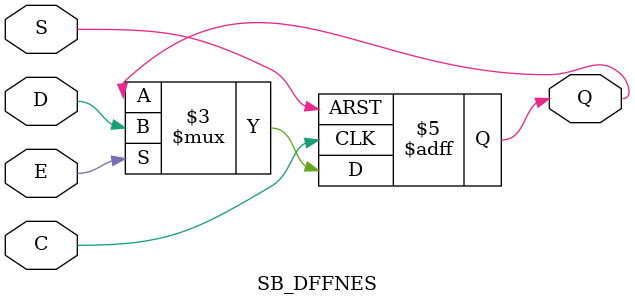
<source format=v>
module SB_DFFNES (output Q, input C, E, S, D);
	reg Q = 0;
	always @(negedge C, posedge S)
		if (S)
			Q <= 1;
		else if (E)
			Q <= D;
endmodule

</source>
